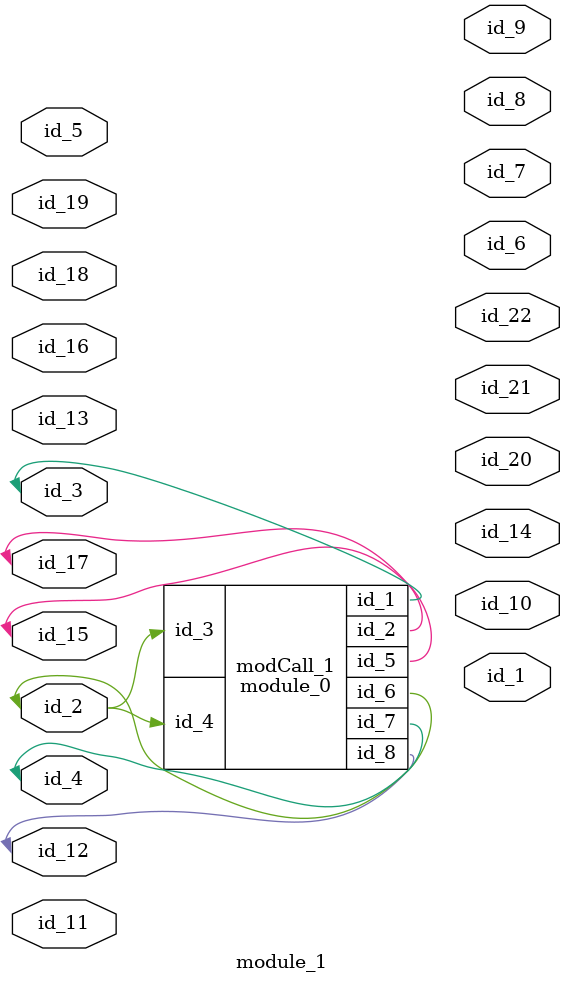
<source format=v>
module module_0 (
    id_1,
    id_2,
    id_3,
    id_4,
    id_5,
    id_6,
    id_7,
    id_8
);
  inout wire id_8;
  output wire id_7;
  output wire id_6;
  inout wire id_5;
  input wire id_4;
  input wire id_3;
  output wire id_2;
  inout wire id_1;
endmodule
module module_1 (
    id_1,
    id_2,
    id_3,
    id_4,
    id_5,
    id_6,
    id_7,
    id_8,
    id_9,
    id_10,
    id_11,
    id_12,
    id_13,
    id_14,
    id_15,
    id_16,
    id_17,
    id_18,
    id_19,
    id_20,
    id_21,
    id_22
);
  output wire id_22;
  output wire id_21;
  output wire id_20;
  inout wire id_19;
  input wire id_18;
  inout wire id_17;
  inout wire id_16;
  inout wire id_15;
  output wire id_14;
  inout wire id_13;
  inout wire id_12;
  input wire id_11;
  output wire id_10;
  output wire id_9;
  output wire id_8;
  output wire id_7;
  output wire id_6;
  input wire id_5;
  inout wire id_4;
  inout wire id_3;
  inout wire id_2;
  output wire id_1;
  module_0 modCall_1 (
      id_3,
      id_17,
      id_2,
      id_2,
      id_15,
      id_2,
      id_4,
      id_12
  );
endmodule

</source>
